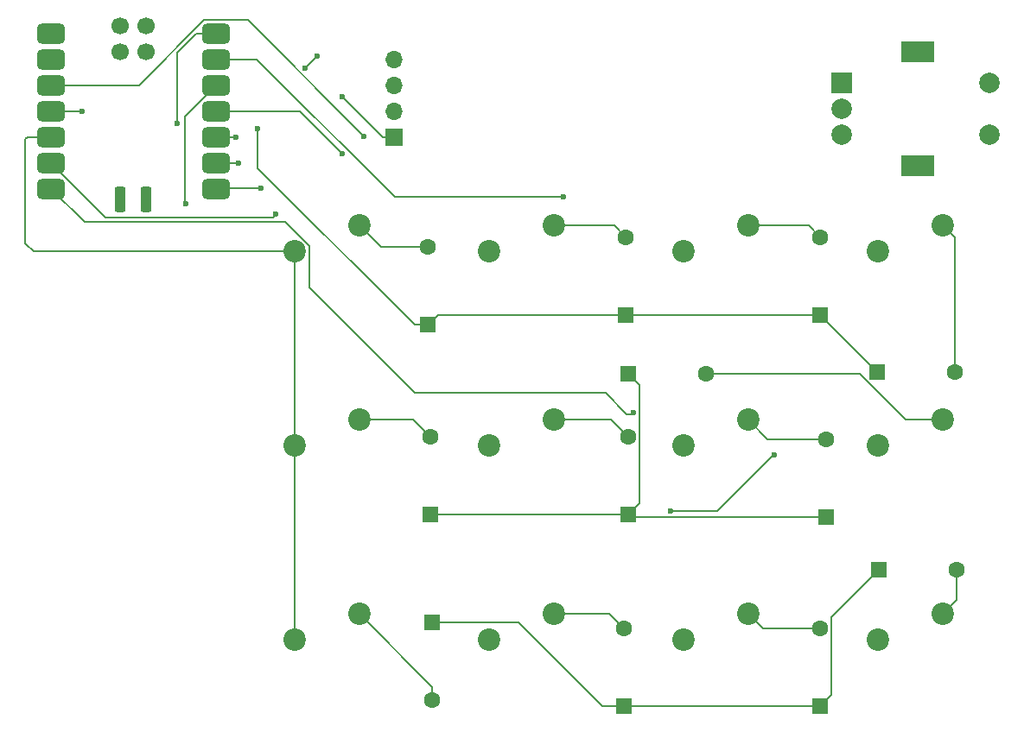
<source format=gbr>
%TF.GenerationSoftware,KiCad,Pcbnew,9.0.7*%
%TF.CreationDate,2026-01-31T21:14:52+02:00*%
%TF.ProjectId,Hackpad,4861636b-7061-4642-9e6b-696361645f70,rev?*%
%TF.SameCoordinates,Original*%
%TF.FileFunction,Copper,L2,Bot*%
%TF.FilePolarity,Positive*%
%FSLAX46Y46*%
G04 Gerber Fmt 4.6, Leading zero omitted, Abs format (unit mm)*
G04 Created by KiCad (PCBNEW 9.0.7) date 2026-01-31 21:14:52*
%MOMM*%
%LPD*%
G01*
G04 APERTURE LIST*
G04 Aperture macros list*
%AMRoundRect*
0 Rectangle with rounded corners*
0 $1 Rounding radius*
0 $2 $3 $4 $5 $6 $7 $8 $9 X,Y pos of 4 corners*
0 Add a 4 corners polygon primitive as box body*
4,1,4,$2,$3,$4,$5,$6,$7,$8,$9,$2,$3,0*
0 Add four circle primitives for the rounded corners*
1,1,$1+$1,$2,$3*
1,1,$1+$1,$4,$5*
1,1,$1+$1,$6,$7*
1,1,$1+$1,$8,$9*
0 Add four rect primitives between the rounded corners*
20,1,$1+$1,$2,$3,$4,$5,0*
20,1,$1+$1,$4,$5,$6,$7,0*
20,1,$1+$1,$6,$7,$8,$9,0*
20,1,$1+$1,$8,$9,$2,$3,0*%
G04 Aperture macros list end*
%TA.AperFunction,ComponentPad*%
%ADD10RoundRect,0.250000X0.550000X-0.550000X0.550000X0.550000X-0.550000X0.550000X-0.550000X-0.550000X0*%
%TD*%
%TA.AperFunction,ComponentPad*%
%ADD11C,1.600000*%
%TD*%
%TA.AperFunction,ComponentPad*%
%ADD12C,2.200000*%
%TD*%
%TA.AperFunction,ComponentPad*%
%ADD13RoundRect,0.250000X-0.550000X0.550000X-0.550000X-0.550000X0.550000X-0.550000X0.550000X0.550000X0*%
%TD*%
%TA.AperFunction,ComponentPad*%
%ADD14RoundRect,0.250000X-0.550000X-0.550000X0.550000X-0.550000X0.550000X0.550000X-0.550000X0.550000X0*%
%TD*%
%TA.AperFunction,ComponentPad*%
%ADD15R,1.700000X1.700000*%
%TD*%
%TA.AperFunction,ComponentPad*%
%ADD16O,1.700000X1.700000*%
%TD*%
%TA.AperFunction,ComponentPad*%
%ADD17R,2.000000X2.000000*%
%TD*%
%TA.AperFunction,ComponentPad*%
%ADD18C,2.000000*%
%TD*%
%TA.AperFunction,ComponentPad*%
%ADD19R,3.200000X2.000000*%
%TD*%
%TA.AperFunction,SMDPad,CuDef*%
%ADD20RoundRect,0.500000X0.875000X0.500000X-0.875000X0.500000X-0.875000X-0.500000X0.875000X-0.500000X0*%
%TD*%
%TA.AperFunction,SMDPad,CuDef*%
%ADD21RoundRect,0.275000X-0.275000X0.975000X-0.275000X-0.975000X0.275000X-0.975000X0.275000X0.975000X0*%
%TD*%
%TA.AperFunction,SMDPad,CuDef*%
%ADD22C,1.700000*%
%TD*%
%TA.AperFunction,ViaPad*%
%ADD23C,0.600000*%
%TD*%
%TA.AperFunction,Conductor*%
%ADD24C,0.200000*%
%TD*%
G04 APERTURE END LIST*
D10*
%TO.P,D11,1,K*%
%TO.N,Net-(D10-K)*%
X133400000Y-99220000D03*
D11*
%TO.P,D11,2,A*%
%TO.N,Net-(D11-A)*%
X133400000Y-91600000D03*
%TD*%
D12*
%TO.P,SW9,1,1*%
%TO.N,Net-(D10-A)*%
X107315000Y-90170000D03*
%TO.P,SW9,2,2*%
%TO.N,Net-(U1-GPIO2_D8_SCK)*%
X100965000Y-92710000D03*
%TD*%
D10*
%TO.P,D1,1,K*%
%TO.N,Net-(D1-K)*%
X114400000Y-60820000D03*
D11*
%TO.P,D1,2,A*%
%TO.N,Net-(D1-A)*%
X114400000Y-53200000D03*
%TD*%
D12*
%TO.P,SW3,1,1*%
%TO.N,Net-(D3-A)*%
X145415000Y-52070000D03*
%TO.P,SW3,2,2*%
%TO.N,Net-(U1-GPIO1_D7_CSn_RX)*%
X139065000Y-54610000D03*
%TD*%
D10*
%TO.P,D4,1,K*%
%TO.N,Net-(D4-K)*%
X95200000Y-80420000D03*
D11*
%TO.P,D4,2,A*%
%TO.N,Net-(D4-A)*%
X95200000Y-72800000D03*
%TD*%
D10*
%TO.P,D2,1,K*%
%TO.N,Net-(D1-K)*%
X133400000Y-60810000D03*
D11*
%TO.P,D2,2,A*%
%TO.N,Net-(D2-A)*%
X133400000Y-53190000D03*
%TD*%
D12*
%TO.P,SW13,1,1*%
%TO.N,Net-(D5-A)*%
X88265000Y-52070000D03*
%TO.P,SW13,2,2*%
%TO.N,Net-(U1-GPIO4_D9_MISO)*%
X81915000Y-54610000D03*
%TD*%
D10*
%TO.P,D10,1,K*%
%TO.N,Net-(D10-K)*%
X114200000Y-99220000D03*
D11*
%TO.P,D10,2,A*%
%TO.N,Net-(D10-A)*%
X114200000Y-91600000D03*
%TD*%
D10*
%TO.P,D6,1,K*%
%TO.N,Net-(D4-K)*%
X114600000Y-80410000D03*
D11*
%TO.P,D6,2,A*%
%TO.N,Net-(D6-A)*%
X114600000Y-72790000D03*
%TD*%
D12*
%TO.P,SW5,1,1*%
%TO.N,Net-(D6-A)*%
X107315000Y-71120000D03*
%TO.P,SW5,2,2*%
%TO.N,Net-(U1-GPIO2_D8_SCK)*%
X100965000Y-73660000D03*
%TD*%
D13*
%TO.P,D9,1,K*%
%TO.N,Net-(D10-K)*%
X95400000Y-90980000D03*
D11*
%TO.P,D9,2,A*%
%TO.N,Net-(D9-A)*%
X95400000Y-98600000D03*
%TD*%
D12*
%TO.P,SW2,1,1*%
%TO.N,Net-(D2-A)*%
X126365000Y-52070000D03*
%TO.P,SW2,2,2*%
%TO.N,Net-(U1-GPIO0_D6_TX)*%
X120015000Y-54610000D03*
%TD*%
%TO.P,SW6,1,1*%
%TO.N,Net-(D7-A)*%
X126365000Y-71120000D03*
%TO.P,SW6,2,2*%
%TO.N,Net-(U1-GPIO0_D6_TX)*%
X120015000Y-73660000D03*
%TD*%
D10*
%TO.P,D7,1,K*%
%TO.N,Net-(D4-K)*%
X134000000Y-80620000D03*
D11*
%TO.P,D7,2,A*%
%TO.N,Net-(D7-A)*%
X134000000Y-73000000D03*
%TD*%
D12*
%TO.P,SW8,1,1*%
%TO.N,Net-(D9-A)*%
X88265000Y-90170000D03*
%TO.P,SW8,2,2*%
%TO.N,Net-(U1-GPIO4_D9_MISO)*%
X81915000Y-92710000D03*
%TD*%
D14*
%TO.P,D12,1,K*%
%TO.N,Net-(D10-K)*%
X139200000Y-85800000D03*
D11*
%TO.P,D12,2,A*%
%TO.N,Net-(D12-A)*%
X146820000Y-85800000D03*
%TD*%
D15*
%TO.P,J1,1,Pin_1*%
%TO.N,GND*%
X91650000Y-43420000D03*
D16*
%TO.P,J1,2,Pin_2*%
%TO.N,+3.3V*%
X91650000Y-40880000D03*
%TO.P,J1,3,Pin_3*%
%TO.N,SCL*%
X91650000Y-38340000D03*
%TO.P,J1,4,Pin_4*%
%TO.N,SDA*%
X91650000Y-35800000D03*
%TD*%
D12*
%TO.P,SW11,1,1*%
%TO.N,Net-(D12-A)*%
X145415000Y-90170000D03*
%TO.P,SW11,2,2*%
%TO.N,Net-(U1-GPIO1_D7_CSn_RX)*%
X139065000Y-92710000D03*
%TD*%
D14*
%TO.P,D8,1,K*%
%TO.N,Net-(D4-K)*%
X114590000Y-66600000D03*
D11*
%TO.P,D8,2,A*%
%TO.N,Net-(D8-A)*%
X122210000Y-66600000D03*
%TD*%
D10*
%TO.P,D5,1,K*%
%TO.N,Net-(D1-K)*%
X95000000Y-61810000D03*
D11*
%TO.P,D5,2,A*%
%TO.N,Net-(D5-A)*%
X95000000Y-54190000D03*
%TD*%
D14*
%TO.P,D3,1,K*%
%TO.N,Net-(D1-K)*%
X138980000Y-66400000D03*
D11*
%TO.P,D3,2,A*%
%TO.N,Net-(D3-A)*%
X146600000Y-66400000D03*
%TD*%
D12*
%TO.P,SW4,1,1*%
%TO.N,Net-(D4-A)*%
X88265000Y-71120000D03*
%TO.P,SW4,2,2*%
%TO.N,Net-(U1-GPIO4_D9_MISO)*%
X81915000Y-73660000D03*
%TD*%
%TO.P,SW10,1,1*%
%TO.N,Net-(D11-A)*%
X126365000Y-90170000D03*
%TO.P,SW10,2,2*%
%TO.N,Net-(U1-GPIO0_D6_TX)*%
X120015000Y-92710000D03*
%TD*%
D17*
%TO.P,SW17,A,A*%
%TO.N,Net-(U1-GPIO3_D10_MOSI)*%
X135518750Y-38100000D03*
D18*
%TO.P,SW17,B,B*%
%TO.N,Net-(U1-GPIO29_A3_D3)*%
X135518750Y-43100000D03*
%TO.P,SW17,C,C*%
%TO.N,GND*%
X135518750Y-40600000D03*
D19*
%TO.P,SW17,MP*%
%TO.N,N/C*%
X143018750Y-35000000D03*
X143018750Y-46200000D03*
D18*
%TO.P,SW17,S1*%
X150018750Y-43100000D03*
%TO.P,SW17,S2*%
X150018750Y-38100000D03*
%TD*%
D12*
%TO.P,SW7,1,1*%
%TO.N,Net-(D8-A)*%
X145415000Y-71120000D03*
%TO.P,SW7,2,2*%
%TO.N,Net-(U1-GPIO1_D7_CSn_RX)*%
X139065000Y-73660000D03*
%TD*%
%TO.P,SW1,1,1*%
%TO.N,Net-(D1-A)*%
X107315000Y-52070000D03*
%TO.P,SW1,2,2*%
%TO.N,Net-(U1-GPIO2_D8_SCK)*%
X100965000Y-54610000D03*
%TD*%
D20*
%TO.P,U1,1,GPIO26_A0_D0*%
%TO.N,Net-(D1-K)*%
X74264500Y-33220250D03*
%TO.P,U1,2,GPIO27_A1_D1*%
%TO.N,Net-(D4-K)*%
X74264500Y-35760250D03*
%TO.P,U1,3,GPIO28_A2_D2*%
%TO.N,Net-(D10-K)*%
X74264500Y-38300250D03*
%TO.P,U1,4,GPIO29_A3_D3*%
%TO.N,Net-(U1-GPIO29_A3_D3)*%
X74264500Y-40840250D03*
%TO.P,U1,5,GPIO6_D4_SDA*%
%TO.N,SDA*%
X74264500Y-43380250D03*
%TO.P,U1,6,GPIO7_D5_SCL*%
%TO.N,SCL*%
X74264500Y-45920250D03*
%TO.P,U1,7,GPIO0_D6_TX*%
%TO.N,Net-(U1-GPIO0_D6_TX)*%
X74264500Y-48460250D03*
%TO.P,U1,8,GPIO1_D7_CSn_RX*%
%TO.N,Net-(U1-GPIO1_D7_CSn_RX)*%
X58099500Y-48460250D03*
%TO.P,U1,9,GPIO2_D8_SCK*%
%TO.N,Net-(U1-GPIO2_D8_SCK)*%
X58099500Y-45920250D03*
%TO.P,U1,10,GPIO4_D9_MISO*%
%TO.N,Net-(U1-GPIO4_D9_MISO)*%
X58099500Y-43380250D03*
%TO.P,U1,11,GPIO3_D10_MOSI*%
%TO.N,Net-(U1-GPIO3_D10_MOSI)*%
X58099500Y-40840250D03*
%TO.P,U1,12,3V3*%
%TO.N,+3.3V*%
X58099500Y-38300250D03*
%TO.P,U1,13,GND*%
%TO.N,GND*%
X58099500Y-35760250D03*
%TO.P,U1,14,5V*%
%TO.N,+5V*%
X58099500Y-33220250D03*
D21*
%TO.P,U1,15,BAT*%
%TO.N,unconnected-(U1-BAT-Pad15)*%
X67352500Y-49480250D03*
%TO.P,U1,16,GND*%
%TO.N,unconnected-(U1-GND-Pad16)*%
X64812500Y-49480250D03*
D22*
%TO.P,U1,17,SWDIO*%
%TO.N,unconnected-(U1-SWDIO-Pad17)*%
X67352500Y-32462250D03*
%TO.P,U1,18,SWDCLK*%
%TO.N,unconnected-(U1-SWDCLK-Pad18)*%
X64812500Y-32462250D03*
%TO.P,U1,19,RST*%
%TO.N,unconnected-(U1-RST-Pad19)*%
X67352500Y-35002250D03*
%TO.P,U1,20,GND*%
%TO.N,unconnected-(U1-GND-Pad20)*%
X64812500Y-35002250D03*
%TD*%
D23*
%TO.N,Net-(D1-K)*%
X78310000Y-42570000D03*
X70430000Y-42020000D03*
%TO.N,Net-(D4-K)*%
X108260000Y-49240000D03*
%TO.N,Net-(D10-K)*%
X71270000Y-49890000D03*
%TO.N,SCL*%
X76460000Y-45920000D03*
%TO.N,+3.3V*%
X88750000Y-43340000D03*
%TO.N,GND*%
X86590000Y-39420000D03*
X58100000Y-35720000D03*
%TO.N,SDA*%
X76190000Y-43400000D03*
%TO.N,Net-(U1-GPIO2_D8_SCK)*%
X80090000Y-50970000D03*
%TO.N,Net-(U1-GPIO0_D6_TX)*%
X78660000Y-48410000D03*
%TO.N,Net-(U1-GPIO1_D7_CSn_RX)*%
X128920000Y-74540000D03*
X118780000Y-80020000D03*
X115101000Y-70440000D03*
%TO.N,Net-(U1-GPIO3_D10_MOSI)*%
X61110000Y-40850000D03*
X84170000Y-35420000D03*
X82940735Y-36619265D03*
%TO.N,Net-(U1-GPIO29_A3_D3)*%
X86620000Y-44980000D03*
%TD*%
D24*
%TO.N,Net-(D1-K)*%
X133400000Y-60820000D02*
X133400000Y-60810000D01*
X114400000Y-60820000D02*
X95990000Y-60820000D01*
X70430000Y-42020000D02*
X70430000Y-35106792D01*
X72316542Y-33220250D02*
X74264500Y-33220250D01*
X93709816Y-61810000D02*
X78310000Y-46410184D01*
X133400000Y-60810000D02*
X114410000Y-60810000D01*
X95990000Y-60820000D02*
X95000000Y-61810000D01*
X114410000Y-60810000D02*
X114400000Y-60820000D01*
X78310000Y-46410184D02*
X78310000Y-42570000D01*
X138980000Y-66400000D02*
X133400000Y-60820000D01*
X95000000Y-61810000D02*
X93709816Y-61810000D01*
X70430000Y-35106792D02*
X72316542Y-33220250D01*
%TO.N,Net-(D1-A)*%
X107315000Y-52070000D02*
X113270000Y-52070000D01*
X113270000Y-52070000D02*
X114400000Y-53200000D01*
%TO.N,Net-(D2-A)*%
X132280000Y-52070000D02*
X133400000Y-53190000D01*
X126365000Y-52070000D02*
X132280000Y-52070000D01*
%TO.N,Net-(D3-A)*%
X146600000Y-53255000D02*
X145415000Y-52070000D01*
X146600000Y-66400000D02*
X146600000Y-53255000D01*
%TO.N,Net-(D4-A)*%
X88265000Y-71120000D02*
X93520000Y-71120000D01*
X93520000Y-71120000D02*
X95200000Y-72800000D01*
%TO.N,Net-(D4-K)*%
X95200000Y-80420000D02*
X114590000Y-80420000D01*
X78250193Y-35760250D02*
X91729943Y-49240000D01*
X115701000Y-79309000D02*
X115701000Y-67711000D01*
X91729943Y-49240000D02*
X108260000Y-49240000D01*
X74264500Y-35760250D02*
X78250193Y-35760250D01*
X114810000Y-80620000D02*
X114600000Y-80410000D01*
X114590000Y-80420000D02*
X114600000Y-80410000D01*
X115701000Y-67711000D02*
X114590000Y-66600000D01*
X134000000Y-80620000D02*
X114810000Y-80620000D01*
X114600000Y-80410000D02*
X115701000Y-79309000D01*
%TO.N,Net-(D5-A)*%
X90385000Y-54190000D02*
X95000000Y-54190000D01*
X88265000Y-52070000D02*
X90385000Y-54190000D01*
%TO.N,Net-(D6-A)*%
X112930000Y-71120000D02*
X114600000Y-72790000D01*
X107315000Y-71120000D02*
X112930000Y-71120000D01*
%TO.N,Net-(D7-A)*%
X126365000Y-71120000D02*
X128245000Y-73000000D01*
X128245000Y-73000000D02*
X134000000Y-73000000D01*
%TO.N,Net-(D8-A)*%
X141813840Y-71120000D02*
X137293840Y-66600000D01*
X145415000Y-71120000D02*
X141813840Y-71120000D01*
X137293840Y-66600000D02*
X122210000Y-66600000D01*
%TO.N,Net-(D9-A)*%
X88265000Y-90170000D02*
X95400000Y-97305000D01*
X95400000Y-97305000D02*
X95400000Y-98600000D01*
%TO.N,Net-(D10-K)*%
X112069816Y-99220000D02*
X114200000Y-99220000D01*
X71220000Y-49840000D02*
X71270000Y-49890000D01*
X74264500Y-38300250D02*
X71220000Y-41344750D01*
X134501000Y-98119000D02*
X134501000Y-90499000D01*
X134501000Y-90499000D02*
X139200000Y-85800000D01*
X114200000Y-99220000D02*
X133400000Y-99220000D01*
X95400000Y-90980000D02*
X103829816Y-90980000D01*
X103829816Y-90980000D02*
X112069816Y-99220000D01*
X133400000Y-99220000D02*
X134501000Y-98119000D01*
X71220000Y-41344750D02*
X71220000Y-49840000D01*
%TO.N,Net-(D10-A)*%
X112770000Y-90170000D02*
X114200000Y-91600000D01*
X107315000Y-90170000D02*
X112770000Y-90170000D01*
%TO.N,Net-(D11-A)*%
X126365000Y-90170000D02*
X127795000Y-91600000D01*
X127795000Y-91600000D02*
X133400000Y-91600000D01*
%TO.N,Net-(D12-A)*%
X146820000Y-85800000D02*
X146820000Y-88765000D01*
X146820000Y-88765000D02*
X145415000Y-90170000D01*
%TO.N,SCL*%
X76460000Y-45920000D02*
X76459750Y-45920250D01*
X76459750Y-45920250D02*
X74264500Y-45920250D01*
%TO.N,+3.3V*%
X77329250Y-31919250D02*
X88750000Y-43340000D01*
X58099500Y-38300250D02*
X66669442Y-38300250D01*
X73050442Y-31919250D02*
X77329250Y-31919250D01*
X66669442Y-38300250D02*
X73050442Y-31919250D01*
%TO.N,GND*%
X58099500Y-35760250D02*
X58099500Y-35720500D01*
X86590000Y-39420000D02*
X90590000Y-43420000D01*
X90590000Y-43420000D02*
X91650000Y-43420000D01*
X58099500Y-35720500D02*
X58100000Y-35720000D01*
%TO.N,SDA*%
X74284250Y-43400000D02*
X74264500Y-43380250D01*
X76190000Y-43400000D02*
X74284250Y-43400000D01*
%TO.N,Net-(U1-GPIO2_D8_SCK)*%
X79820000Y-51240000D02*
X80090000Y-50970000D01*
X58099500Y-45920250D02*
X63419250Y-51240000D01*
X63419250Y-51240000D02*
X79820000Y-51240000D01*
%TO.N,Net-(U1-GPIO0_D6_TX)*%
X74264500Y-48460250D02*
X74314750Y-48410000D01*
X74314750Y-48410000D02*
X78660000Y-48410000D01*
%TO.N,Net-(U1-GPIO1_D7_CSn_RX)*%
X83374000Y-54087686D02*
X83374000Y-58123816D01*
X118780000Y-80020000D02*
X123329816Y-80020000D01*
X83374000Y-58123816D02*
X93740184Y-68490000D01*
X93740184Y-68490000D02*
X112400000Y-68490000D01*
X114490000Y-70580000D02*
X114961000Y-70580000D01*
X80976314Y-51690000D02*
X83374000Y-54087686D01*
X58099500Y-48460250D02*
X61329250Y-51690000D01*
X61329250Y-51690000D02*
X80976314Y-51690000D01*
X114961000Y-70580000D02*
X115101000Y-70440000D01*
X112400000Y-68490000D02*
X114490000Y-70580000D01*
X128809816Y-74540000D02*
X128920000Y-74540000D01*
X123329816Y-80020000D02*
X128809816Y-74540000D01*
%TO.N,Net-(U1-GPIO4_D9_MISO)*%
X55561000Y-43570000D02*
X55750750Y-43380250D01*
X56401000Y-54610000D02*
X55561000Y-53770000D01*
X81915000Y-54610000D02*
X81915000Y-73660000D01*
X81915000Y-73660000D02*
X81915000Y-92710000D01*
X81915000Y-54610000D02*
X56401000Y-54610000D01*
X55561000Y-53770000D02*
X55561000Y-43570000D01*
X55750750Y-43380250D02*
X58099500Y-43380250D01*
%TO.N,Net-(U1-GPIO3_D10_MOSI)*%
X84140000Y-35420000D02*
X82940735Y-36619265D01*
X84170000Y-35420000D02*
X84140000Y-35420000D01*
X61110000Y-40850000D02*
X61100250Y-40840250D01*
X61100250Y-40840250D02*
X58099500Y-40840250D01*
%TO.N,Net-(U1-GPIO29_A3_D3)*%
X82480250Y-40840250D02*
X74264500Y-40840250D01*
X86620000Y-44980000D02*
X82480250Y-40840250D01*
%TD*%
M02*

</source>
